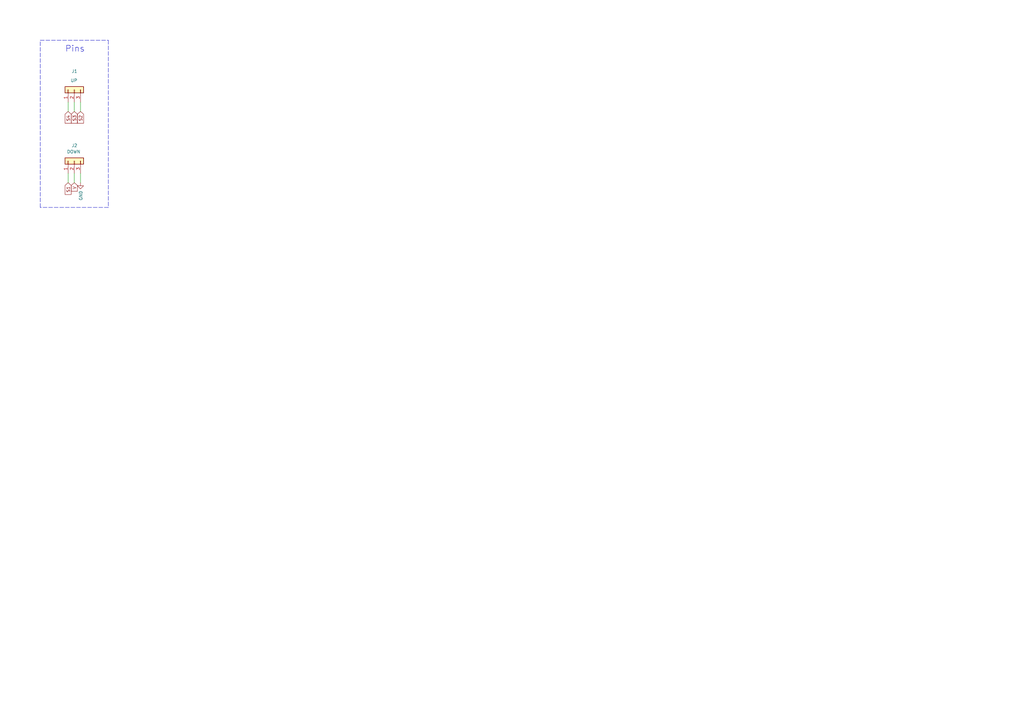
<source format=kicad_sch>
(kicad_sch (version 20211123) (generator eeschema)
  (paper "A3")
  (title_block (title "PRODUCT NAME"))
  (lib_symbols
    (symbol "Connector_Generic:Conn_01x03" (pin_names (offset 1.016) hide)
      (property "Reference" "J" (at 0 5.08 0))
      (property "Value" "Conn_01x03" (at 0 -5.08 0))
      (symbol "Conn_01x03_1_1"
        (rectangle (start -1.27 -2.413) (end 0 -2.667) (stroke (width 0.1524)))
        (rectangle (start -1.27 0.127) (end 0 -0.127) (stroke (width 0.1524)))
        (rectangle (start -1.27 2.667) (end 0 2.413) (stroke (width 0.1524)))
        (rectangle (start -1.27 3.81) (end 1.27 -3.81) (stroke (width 0.254)) (fill (type background)))
        (pin passive line (at -5.08 2.54 0) (length 3.81) (name "Pin_1") (number "1"))
        (pin passive line (at -5.08 0 0) (length 3.81) (name "Pin_2") (number "2"))
        (pin passive line (at -5.08 -2.54 0) (length 3.81) (name "Pin_3") (number "3"))
      )
    )
    (symbol "power:GND" (power) (pin_names (offset 0))
      (property "Value" "GND" (at 0 -3.81 0))
      (symbol "GND_0_1"
        (polyline (pts (xy 0 0) (xy 0 -1.27) (xy 1.27 -1.27) (xy 0 -2.54) (xy -1.27 -1.27) (xy 0 -1.27)))
      )
      (symbol "GND_1_1"
        (pin power_in line (at 0 0 270) (length 0) hide (name "GND") (number "1"))
      )
    )
  )
  (wire (pts (xy 33.02 45.72) (xy 33.02 41.91)))
  (polyline (pts (xy 44.45 85.09) (xy 16.51 85.09)))
  (wire (pts (xy 27.94 45.72) (xy 27.94 41.91)))
  (wire (pts (xy 27.94 74.93) (xy 27.94 71.12)))
  (polyline (pts (xy 44.45 16.51) (xy 44.45 85.09)))
  (wire (pts (xy 33.02 74.93) (xy 33.02 71.12)))
  (wire (pts (xy 30.48 74.93) (xy 30.48 71.12)))
  (polyline (pts (xy 16.51 85.09) (xy 16.51 16.51)))
  (polyline (pts (xy 16.51 16.51) (xy 44.45 16.51)))
  (wire (pts (xy 30.48 45.72) (xy 30.48 41.91)))
  (text "Pins" (at 26.67 21.59 0) (effects (font (size 2.5 2.5)) (justify left bottom)))
  (global_label "S1" (shape input) (at 27.94 74.93 270) (property "Обозначения листов" "${INTERSHEET_REFS}" (effects hide)))
  (global_label "S2" (shape input) (at 33.02 45.72 270) (property "Обозначения листов" "${INTERSHEET_REFS}" (effects hide)))
  (global_label "V" (shape input) (at 30.48 74.93 270) (property "Обозначения листов" "${INTERSHEET_REFS}" (effects hide)))
  (global_label "S4" (shape input) (at 27.94 45.72 270) (property "Обозначения листов" "${INTERSHEET_REFS}" (effects hide)))
  (global_label "S3" (shape input) (at 30.48 45.72 270) (property "Обозначения листов" "${INTERSHEET_REFS}" (effects hide)))
  (symbol (lib_id "Connector_Generic:Conn_01x03") (at 30.48 36.83 90) (unit 1)
    (property "Reference" "J1" (at 31.75 29.21 90) (effects (justify left)))
    (property "Value" "UP" (at 31.75 33.02 90) (effects (justify left)))
    (property "Footprint" "Connector_PinHeader_2.54mm:PinHeader_1x03_P2.54mm_Vertical" (effects hide))
    (property "Footprint" "Connector_PinHeader_2.54mm:PinHeader_1x03_P2.54mm_Vertical" (effects hide))
    (property "Reference" "J1" (effects hide))
    (property "Value" "UP" (effects hide))
  )
  (symbol (lib_id "Connector_Generic:Conn_01x03") (at 30.48 66.04 90) (unit 1)
    (property "Reference" "J2" (at 31.75 59.69 90) (effects (justify left)))
    (property "Value" "DOWN" (at 33.02 62.23 90) (effects (justify left)))
    (property "Footprint" "Connector_PinHeader_2.54mm:PinHeader_1x03_P2.54mm_Vertical" (effects hide))
    (property "Footprint" "Connector_PinHeader_2.54mm:PinHeader_1x03_P2.54mm_Vertical" (effects hide))
    (property "Reference" "J2" (effects hide))
    (property "Value" "DOWN" (effects hide))
  )
  (symbol (lib_id "power:GND") (at 33.02 74.93 0) (unit 1)
    (property "Reference" "#PWR01" (effects hide))
    (property "Value" "GND" (at 33.147 78.1812 90) (effects (justify right)))
  )
)
</source>
